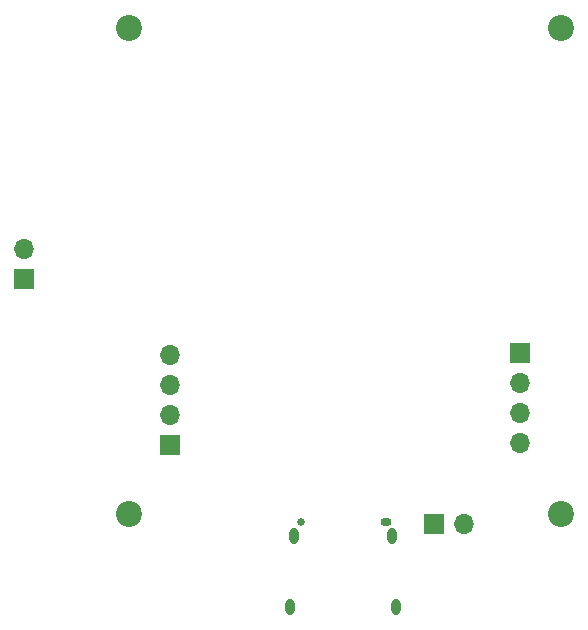
<source format=gbr>
%TF.GenerationSoftware,KiCad,Pcbnew,7.0.9-7.0.9~ubuntu22.04.1*%
%TF.CreationDate,2023-12-21T18:53:40+01:00*%
%TF.ProjectId,lidar 2 round,6c696461-7220-4322-9072-6f756e642e6b,rev?*%
%TF.SameCoordinates,Original*%
%TF.FileFunction,Soldermask,Bot*%
%TF.FilePolarity,Negative*%
%FSLAX46Y46*%
G04 Gerber Fmt 4.6, Leading zero omitted, Abs format (unit mm)*
G04 Created by KiCad (PCBNEW 7.0.9-7.0.9~ubuntu22.04.1) date 2023-12-21 18:53:40*
%MOMM*%
%LPD*%
G01*
G04 APERTURE LIST*
%ADD10R,1.700000X1.700000*%
%ADD11O,1.700000X1.700000*%
%ADD12C,2.200000*%
%ADD13C,0.650000*%
%ADD14O,0.950000X0.650000*%
%ADD15O,0.800000X1.400000*%
G04 APERTURE END LIST*
D10*
%TO.C,J4*%
X146710000Y-120750000D03*
D11*
X149250000Y-120750000D03*
%TD*%
D10*
%TO.C,J3*%
X124375000Y-114050000D03*
D11*
X124375000Y-111510000D03*
X124375000Y-108970000D03*
X124375000Y-106430000D03*
%TD*%
D12*
%TO.C,H3*%
X120904000Y-78740000D03*
%TD*%
D10*
%TO.C,J2*%
X112000000Y-100025000D03*
D11*
X112000000Y-97485000D03*
%TD*%
D13*
%TO.C,USB C*%
X135410000Y-120550000D03*
D14*
X142610000Y-120550000D03*
D15*
X134520000Y-127750000D03*
X134880000Y-121800000D03*
X143140000Y-121800000D03*
X143500000Y-127750000D03*
%TD*%
D10*
%TO.C,J1*%
X154000000Y-106250000D03*
D11*
X154000000Y-108790000D03*
X154000000Y-111330000D03*
X154000000Y-113870000D03*
%TD*%
D12*
%TO.C,H1*%
X157480000Y-119888000D03*
%TD*%
%TO.C,H2*%
X157480000Y-78740000D03*
%TD*%
%TO.C,H5*%
X120904000Y-119888000D03*
%TD*%
M02*

</source>
